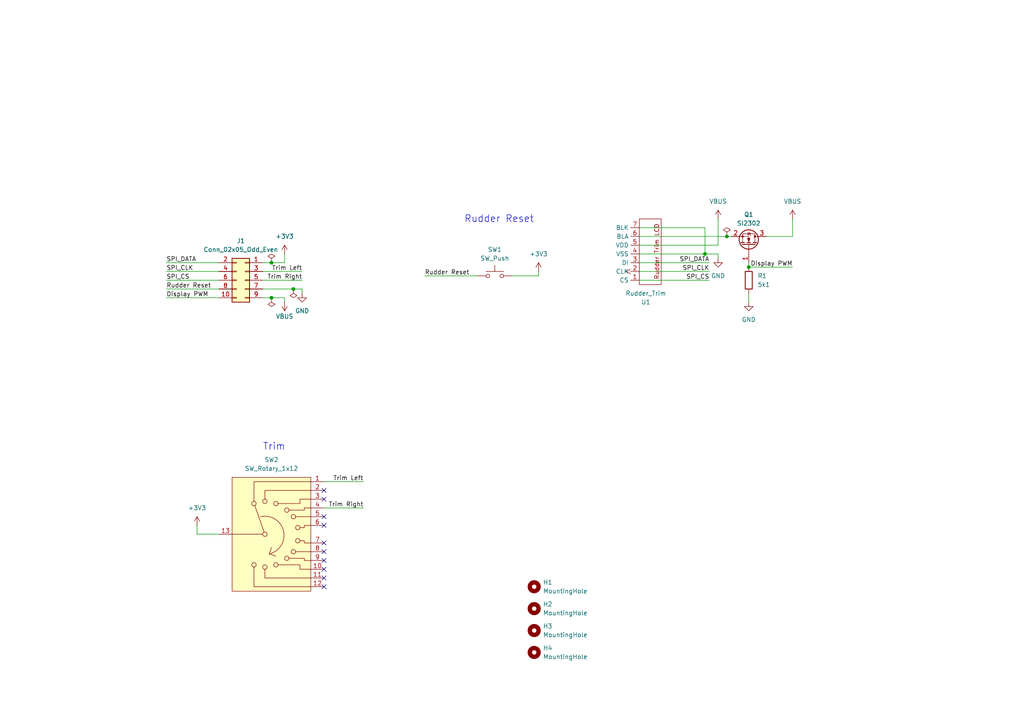
<source format=kicad_sch>
(kicad_sch (version 20231120) (generator "eeschema") (generator_version "8.0")
  (paper "A4")
  (lib_symbols
    (symbol "Connector_Generic:Conn_02x05_Odd_Even" (pin_names (offset 1.016) hide)
      (property "Reference" "J" (at 1.27 7.62 0))
      (property "Value" "Conn_02x05_Odd_Even" (at 1.27 -7.62 0))
      (symbol "Conn_02x05_Odd_Even_1_1"
        (rectangle (start -1.27 -4.953) (end 0 -5.207) (stroke (width 0.1524)))
        (rectangle (start -1.27 -2.413) (end 0 -2.667) (stroke (width 0.1524)))
        (rectangle (start -1.27 0.127) (end 0 -0.127) (stroke (width 0.1524)))
        (rectangle (start -1.27 2.667) (end 0 2.413) (stroke (width 0.1524)))
        (rectangle (start -1.27 5.207) (end 0 4.953) (stroke (width 0.1524)))
        (rectangle (start -1.27 6.35) (end 3.81 -6.35) (stroke (width 0.254)) (fill (type background)))
        (rectangle (start 3.81 -4.953) (end 2.54 -5.207) (stroke (width 0.1524)))
        (rectangle (start 3.81 -2.413) (end 2.54 -2.667) (stroke (width 0.1524)))
        (rectangle (start 3.81 0.127) (end 2.54 -0.127) (stroke (width 0.1524)))
        (rectangle (start 3.81 2.667) (end 2.54 2.413) (stroke (width 0.1524)))
        (rectangle (start 3.81 5.207) (end 2.54 4.953) (stroke (width 0.1524)))
        (pin passive line (at -5.08 5.08 0) (length 3.81) (name "Pin_1") (number "1"))
        (pin passive line (at 7.62 -5.08 180) (length 3.81) (name "Pin_10") (number "10"))
        (pin passive line (at 7.62 5.08 180) (length 3.81) (name "Pin_2") (number "2"))
        (pin passive line (at -5.08 2.54 0) (length 3.81) (name "Pin_3") (number "3"))
        (pin passive line (at 7.62 2.54 180) (length 3.81) (name "Pin_4") (number "4"))
        (pin passive line (at -5.08 0 0) (length 3.81) (name "Pin_5") (number "5"))
        (pin passive line (at 7.62 0 180) (length 3.81) (name "Pin_6") (number "6"))
        (pin passive line (at -5.08 -2.54 0) (length 3.81) (name "Pin_7") (number "7"))
        (pin passive line (at 7.62 -2.54 180) (length 3.81) (name "Pin_8") (number "8"))
        (pin passive line (at -5.08 -5.08 0) (length 3.81) (name "Pin_9") (number "9"))
      )
    )
    (symbol "Device:R" (pin_numbers hide) (pin_names (offset 0))
      (property "Reference" "R" (at 2.032 0 90))
      (property "Value" "R" (at 0 0 90))
      (symbol "R_0_1"
        (rectangle (start -1.016 -2.54) (end 1.016 2.54) (stroke (width 0.254)))
      )
      (symbol "R_1_1"
        (pin passive line (at 0 3.81 270) (length 1.27) (name "~") (number "1"))
        (pin passive line (at 0 -3.81 90) (length 1.27) (name "~") (number "2"))
      )
    )
    (symbol "Kav_Displays:Rudder_Trim"
      (property "Reference" "U" (at 2.54 5.08 0))
      (property "Value" "Rudder_Trim" (at -6.35 5.08 0))
      (symbol "Rudder_Trim_0_1"
        (rectangle (start -8.89 3.81) (end 10.16 -2.54))
      )
      (symbol "Rudder_Trim_1_1"
        (text "Rudder Trim LCD" (at 0.7305 2.56 0) (effects (font (size 1.27 1.27))))
        (pin input line (at -7.62 -2.54 270) (length 2.54) (name "CS") (number "1"))
        (pin input clock (at -5.08 -2.54 270) (length 2.54) (name "CLK") (number "2"))
        (pin input line (at -2.54 -2.54 270) (length 2.54) (name "DI") (number "3"))
        (pin power_in line (at 0 -2.54 270) (length 2.54) (name "VSS") (number "4"))
        (pin power_in line (at 2.54 -2.54 270) (length 2.54) (name "VDD") (number "5"))
        (pin power_in line (at 5.08 -2.54 270) (length 2.54) (name "BLA") (number "6"))
        (pin power_in line (at 7.62 -2.54 270) (length 2.54) (name "BLK") (number "7"))
      )
    )
    (symbol "Mechanical:MountingHole" (pin_names (offset 1.016))
      (property "Reference" "H" (at 0 5.08 0))
      (property "Value" "MountingHole" (at 0 3.175 0))
      (symbol "MountingHole_0_1"
        (circle (center 0 0) (radius 1.27) (stroke (width 1.27)))
      )
    )
    (symbol "Switch:SW_Push" (pin_numbers hide) (pin_names (offset 1.016) hide)
      (property "Reference" "SW" (at 1.27 2.54 0))
      (property "Value" "SW_Push" (at 0 -1.524 0))
      (symbol "SW_Push_0_1"
        (circle (center -2.032 0) (radius 0.508))
        (polyline (pts (xy 0 1.27) (xy 0 3.048)))
        (polyline (pts (xy 2.54 1.27) (xy -2.54 1.27)))
        (circle (center 2.032 0) (radius 0.508))
        (pin passive line (at -5.08 0 0) (length 2.54) (name "1") (number "1"))
        (pin passive line (at 5.08 0 180) (length 2.54) (name "2") (number "2"))
      )
    )
    (symbol "Switch:SW_Rotary_1x12" (pin_names (offset 1.016) hide)
      (property "Reference" "SW" (at 0 17.78 0))
      (property "Value" "SW_Rotary_1x12" (at 0 -17.78 0))
      (symbol "SW_Rotary_1x12_0_0"
        (circle (center -5.08 -8.89) (radius 0.635))
        (circle (center -5.08 8.89) (radius 0.635))
        (circle (center -1.905 -9.525) (radius 0.635))
        (circle (center -1.905 0) (radius 0.635))
        (circle (center -1.905 9.525) (radius 0.635))
        (arc (start -0.635 -5.715) (mid 3.4777 0.949) (end -3.175 5.08))
        (polyline (pts (xy -2.1336 0.6096) (xy -4.826 8.2804)))
        (polyline (pts (xy -0.635 -5.715) (xy 0 -3.81)))
        (polyline (pts (xy -0.635 -5.715) (xy 1.27 -6.35)))
        (polyline (pts (xy 6.985 -5.08) (xy 11.43 -5.08)))
        (polyline (pts (xy 6.985 5.08) (xy 11.43 5.08)))
        (polyline (pts (xy -5.08 -9.525) (xy -5.08 -15.24) (xy 11.43 -15.24)))
        (polyline (pts (xy -5.08 9.525) (xy -5.08 15.24) (xy 11.43 15.24)))
        (polyline (pts (xy -1.905 -10.16) (xy -1.905 -12.7) (xy 11.43 -12.7)))
        (polyline (pts (xy -1.905 10.16) (xy -1.905 12.7) (xy 11.43 12.7)))
        (polyline (pts (xy 1.905 -8.89) (xy 8.255 -8.89) (xy 8.255 -10.16) (xy 11.43 -10.16)))
        (polyline (pts (xy 1.905 8.89) (xy 8.255 8.89) (xy 8.255 10.16) (xy 11.43 10.16)))
        (polyline (pts (xy 5.08 -6.985) (xy 9.525 -6.985) (xy 9.525 -7.62) (xy 11.43 -7.62)))
        (polyline (pts (xy 5.08 6.985) (xy 9.525 6.985) (xy 9.525 7.62) (xy 11.43 7.62)))
        (polyline (pts (xy 8.255 -1.905) (xy 9.525 -1.905) (xy 9.525 -2.54) (xy 11.43 -2.54)))
        (polyline (pts (xy 8.255 1.905) (xy 9.525 1.905) (xy 9.525 2.54) (xy 11.43 2.54)))
        (circle (center 1.27 -8.89) (radius 0.635))
        (circle (center 1.27 8.89) (radius 0.635))
        (circle (center 4.445 -6.985) (radius 0.635))
        (circle (center 4.445 6.985) (radius 0.635))
        (circle (center 6.35 -5.08) (radius 0.635))
        (circle (center 6.35 5.08) (radius 0.635))
        (circle (center 7.62 -1.905) (radius 0.635))
        (circle (center 7.62 1.905) (radius 0.635))
      )
      (symbol "SW_Rotary_1x12_1_1"
        (rectangle (start -11.43 16.51) (end 11.43 -16.51) (fill (type background)))
        (polyline (pts (xy -11.43 0) (xy -2.54 0)))
        (pin passive line (at 15.24 15.24 180) (length 3.81) (name "1") (number "1"))
        (pin passive line (at 15.24 -10.16 180) (length 3.81) (name "10") (number "10"))
        (pin passive line (at 15.24 -12.7 180) (length 3.81) (name "11") (number "11"))
        (pin passive line (at 15.24 -15.24 180) (length 3.81) (name "12") (number "12"))
        (pin passive line (at -15.24 0 0) (length 3.81) (name "13") (number "13"))
        (pin passive line (at 15.24 12.7 180) (length 3.81) (name "2") (number "2"))
        (pin passive line (at 15.24 10.16 180) (length 3.81) (name "3") (number "3"))
        (pin passive line (at 15.24 7.62 180) (length 3.81) (name "4") (number "4"))
        (pin passive line (at 15.24 5.08 180) (length 3.81) (name "5") (number "5"))
        (pin passive line (at 15.24 2.54 180) (length 3.81) (name "6") (number "6"))
        (pin passive line (at 15.24 -2.54 180) (length 3.81) (name "7") (number "7"))
        (pin passive line (at 15.24 -5.08 180) (length 3.81) (name "8") (number "8"))
        (pin passive line (at 15.24 -7.62 180) (length 3.81) (name "9") (number "9"))
      )
    )
    (symbol "Transistor_FET:2N7002K" (pin_names hide)
      (property "Reference" "Q" (at 5.08 1.905 0))
      (property "Value" "2N7002K" (at 5.08 0 0))
      (symbol "2N7002K_0_1"
        (polyline (pts (xy 0.254 0) (xy -2.54 0)))
        (polyline (pts (xy 0.254 1.905) (xy 0.254 -1.905)) (stroke (width 0.254)))
        (polyline (pts (xy 0.762 -1.27) (xy 0.762 -2.286)) (stroke (width 0.254)))
        (polyline (pts (xy 0.762 0.508) (xy 0.762 -0.508)) (stroke (width 0.254)))
        (polyline (pts (xy 0.762 2.286) (xy 0.762 1.27)) (stroke (width 0.254)))
        (polyline (pts (xy 2.54 2.54) (xy 2.54 1.778)))
        (polyline (pts (xy 2.54 -2.54) (xy 2.54 0) (xy 0.762 0)))
        (polyline (pts (xy 0.762 -1.778) (xy 3.302 -1.778) (xy 3.302 1.778) (xy 0.762 1.778)))
        (polyline (pts (xy 1.016 0) (xy 2.032 0.381) (xy 2.032 -0.381) (xy 1.016 0)) (fill (type outline)))
        (polyline (pts (xy 2.794 0.508) (xy 2.921 0.381) (xy 3.683 0.381) (xy 3.81 0.254)))
        (polyline (pts (xy 3.302 0.381) (xy 2.921 -0.254) (xy 3.683 -0.254) (xy 3.302 0.381)))
        (circle (center 1.651 0) (radius 2.794) (stroke (width 0.254)))
        (circle (center 2.54 -1.778) (radius 0.254) (fill (type outline)))
        (circle (center 2.54 1.778) (radius 0.254) (fill (type outline)))
      )
      (symbol "2N7002K_1_1"
        (pin input line (at -5.08 0 0) (length 2.54) (name "G") (number "1"))
        (pin passive line (at 2.54 -5.08 90) (length 2.54) (name "S") (number "2"))
        (pin passive line (at 2.54 5.08 270) (length 2.54) (name "D") (number "3"))
      )
    )
    (symbol "power:+3V3" (power) (pin_numbers hide) (pin_names (offset 0) hide)
      (property "Value" "+3V3" (at 0 3.556 0))
      (symbol "+3V3_0_1"
        (polyline (pts (xy -0.762 1.27) (xy 0 2.54)))
        (polyline (pts (xy 0 0) (xy 0 2.54)))
        (polyline (pts (xy 0 2.54) (xy 0.762 1.27)))
      )
      (symbol "+3V3_1_1"
        (pin power_in line (at 0 0 90) (length 0) (name "~") (number "1"))
      )
    )
    (symbol "power:GND" (power) (pin_numbers hide) (pin_names (offset 0) hide)
      (property "Value" "GND" (at 0 -3.81 0))
      (symbol "GND_0_1"
        (polyline (pts (xy 0 0) (xy 0 -1.27) (xy 1.27 -1.27) (xy 0 -2.54) (xy -1.27 -1.27) (xy 0 -1.27)))
      )
      (symbol "GND_1_1"
        (pin power_in line (at 0 0 270) (length 0) (name "~") (number "1"))
      )
    )
    (symbol "power:PWR_FLAG" (power) (pin_numbers hide) (pin_names (offset 0) hide)
      (property "Value" "PWR_FLAG" (at 0 3.81 0))
      (symbol "PWR_FLAG_0_0"
        (pin power_out line (at 0 0 90) (length 0) (name "~") (number "1"))
      )
      (symbol "PWR_FLAG_0_1"
        (polyline (pts (xy 0 0) (xy 0 1.27) (xy -1.016 1.905) (xy 0 2.54) (xy 1.016 1.905) (xy 0 1.27)))
      )
    )
    (symbol "power:VBUS" (power) (pin_numbers hide) (pin_names (offset 0) hide)
      (property "Value" "VBUS" (at 0 3.556 0))
      (symbol "VBUS_0_1"
        (polyline (pts (xy -0.762 1.27) (xy 0 2.54)))
        (polyline (pts (xy 0 0) (xy 0 2.54)))
        (polyline (pts (xy 0 2.54) (xy 0.762 1.27)))
      )
      (symbol "VBUS_1_1"
        (pin power_in line (at 0 0 90) (length 0) (name "~") (number "1"))
      )
    )
  )
  (junction (at 210.82 68.58))
  (junction (at 204.47 73.66))
  (junction (at 217.17 77.47))
  (junction (at 85.09 83.82))
  (junction (at 78.74 86.36))
  (junction (at 78.74 76.2))
  (no_connect (at 93.98 162.56))
  (no_connect (at 93.98 170.18))
  (no_connect (at 93.98 157.48))
  (no_connect (at 93.98 142.24))
  (no_connect (at 93.98 165.1))
  (no_connect (at 93.98 167.64))
  (no_connect (at 93.98 144.78))
  (no_connect (at 93.98 149.86))
  (no_connect (at 93.98 152.4))
  (no_connect (at 93.98 160.02))
  (wire (pts (xy 185.42 71.12) (xy 208.28 71.12)))
  (wire (pts (xy 76.2 83.82) (xy 85.09 83.82)))
  (wire (pts (xy 229.87 63.5) (xy 229.87 68.58)))
  (wire (pts (xy 87.63 83.82) (xy 87.63 85.09)))
  (wire (pts (xy 204.47 66.04) (xy 204.47 73.66)))
  (wire (pts (xy 185.42 81.28) (xy 205.74 81.28)))
  (wire (pts (xy 229.87 68.58) (xy 222.25 68.58)))
  (wire (pts (xy 48.26 86.36) (xy 63.5 86.36)))
  (wire (pts (xy 85.09 83.82) (xy 87.63 83.82)))
  (wire (pts (xy 185.42 78.74) (xy 205.74 78.74)))
  (wire (pts (xy 217.17 76.2) (xy 217.17 77.47)))
  (wire (pts (xy 78.74 76.2) (xy 82.55 76.2)))
  (wire (pts (xy 57.15 154.94) (xy 63.5 154.94)))
  (wire (pts (xy 123.19 80.01) (xy 138.43 80.01)))
  (wire (pts (xy 208.28 73.66) (xy 208.28 74.93)))
  (wire (pts (xy 185.42 66.04) (xy 204.47 66.04)))
  (wire (pts (xy 78.74 86.36) (xy 82.55 86.36)))
  (wire (pts (xy 156.21 78.74) (xy 156.21 80.01)))
  (wire (pts (xy 57.15 152.4) (xy 57.15 154.94)))
  (wire (pts (xy 217.17 77.47) (xy 229.87 77.47)))
  (wire (pts (xy 76.2 86.36) (xy 78.74 86.36)))
  (wire (pts (xy 93.98 139.7) (xy 105.41 139.7)))
  (wire (pts (xy 185.42 73.66) (xy 204.47 73.66)))
  (wire (pts (xy 82.55 86.36) (xy 82.55 87.63)))
  (wire (pts (xy 210.82 68.58) (xy 212.09 68.58)))
  (wire (pts (xy 93.98 147.32) (xy 105.41 147.32)))
  (wire (pts (xy 82.55 73.66) (xy 82.55 76.2)))
  (wire (pts (xy 76.2 78.74) (xy 87.63 78.74)))
  (wire (pts (xy 185.42 76.2) (xy 205.74 76.2)))
  (wire (pts (xy 76.2 81.28) (xy 87.63 81.28)))
  (wire (pts (xy 48.26 81.28) (xy 63.5 81.28)))
  (wire (pts (xy 208.28 63.5) (xy 208.28 71.12)))
  (wire (pts (xy 204.47 73.66) (xy 208.28 73.66)))
  (wire (pts (xy 48.26 83.82) (xy 63.5 83.82)))
  (wire (pts (xy 76.2 76.2) (xy 78.74 76.2)))
  (wire (pts (xy 48.26 78.74) (xy 63.5 78.74)))
  (wire (pts (xy 48.26 76.2) (xy 63.5 76.2)))
  (wire (pts (xy 185.42 68.58) (xy 210.82 68.58)))
  (wire (pts (xy 148.59 80.01) (xy 156.21 80.01)))
  (wire (pts (xy 217.17 85.09) (xy 217.17 87.63)))
  (text "Rudder Reset" (at 134.62 64.77 0) (effects (font (size 2 2)) (justify left bottom)))
  (text "Trim" (at 76.2 130.81 0) (effects (font (size 2 2)) (justify left bottom)))
  (label "Display PWM" (at 48.26 86.36 0))
  (label "Display PWM" (at 229.87 77.47 180))
  (label "Trim Left" (at 105.41 139.7 180))
  (label "Rudder Reset" (at 48.26 83.82 0))
  (label "SPI_CS" (at 48.26 81.28 0))
  (label "SPI_CLK" (at 48.26 78.74 0))
  (label "SPI_DATA" (at 48.26 76.2 0))
  (label "Trim Right" (at 105.41 147.32 180))
  (label "SPI_CLK" (at 205.74 78.74 180))
  (label "Rudder Reset" (at 123.19 80.01 0))
  (label "SPI_CS" (at 205.74 81.28 180))
  (label "SPI_DATA" (at 205.74 76.2 180))
  (label "Trim Left" (at 87.63 78.74 180))
  (label "Trim Right" (at 87.63 81.28 180))
  (symbol (lib_id "power:PWR_FLAG") (at 210.82 68.58 0) (unit 1)
    (property "Reference" "#FLG04" (effects (hide yes)))
    (property "Value" "PWR_FLAG" (effects (hide yes)))
    (property "Description" "Special symbol for telling ERC where power comes from" (effects (hide yes)))
  )
  (symbol (lib_id "power:+3V3") (at 82.55 73.66 0) (unit 1)
    (property "Reference" "#PWR025" (effects (hide yes)))
    (property "Value" "+3V3" (at 82.55 68.58 0))
  )
  (symbol (lib_id "Switch:SW_Rotary_1x12") (at 78.74 154.94 0) (unit 1)
    (property "Reference" "SW2" (at 78.74 133.35 0))
    (property "Value" "SW_Rotary_1x12" (at 78.74 135.89 0))
    (property "Footprint" "NiasStuff:C&K_Rotary_Switches" (effects (hide yes)))
    (property "Datasheet" "https://www.mouser.de/datasheet/2/240/arotary-3050724.pdf" (effects (hide yes)))
    (property "JLCPCB Part" "N/A" (effects (hide yes)))
    (property "Manufracturer" "C&K" (effects (hide yes)))
    (property "Manufracturer Part Number" "A12505RNZQ " (effects (hide yes)))
  )
  (symbol (lib_id "Mechanical:MountingHole") (at 154.94 176.53 0) (unit 1) (in_bom no)
    (property "Reference" "H2" (at 157.48 175.26 0) (effects (justify left)))
    (property "Value" "MountingHole" (at 157.48 177.8 0) (effects (justify left)))
    (property "Footprint" "MountingHole:MountingHole_2.2mm_M2" (effects (hide yes)))
  )
  (symbol (lib_id "power:GND") (at 217.17 87.63 0) (unit 1)
    (property "Reference" "#PWR04" (effects (hide yes)))
    (property "Value" "GND" (at 217.17 92.71 0))
  )
  (symbol (lib_id "Device:R") (at 217.17 81.28 180) (unit 1)
    (property "Reference" "R1" (at 219.71 80.01 0) (effects (justify right)))
    (property "Value" "5k1" (at 219.71 82.55 0) (effects (justify right)))
    (property "Footprint" "Resistor_SMD:R_0603_1608Metric" (effects (hide yes)))
    (property "Datasheet" "https://www.lcsc.com/datasheet/lcsc_datasheet_2206010116_UNI-ROYAL-Uniroyal-Elec-0603WAF5101T5E_C23186.pdf" (effects (hide yes)))
    (property "JLCPCB Part" "C23186" (effects (hide yes)))
    (property "Manufracturer" "UNI-ROYAL(Uniroyal Elec)" (effects (hide yes)))
    (property "Manufracturer Part Number" "0603WAF5101T5E" (effects (hide yes)))
  )
  (symbol (lib_id "Switch:SW_Push") (at 143.51 80.01 0) (unit 1)
    (property "Reference" "SW1" (at 143.51 72.39 0))
    (property "Value" "SW_Push" (at 143.51 74.93 0))
    (property "Footprint" "Button_Switch_SMD:SW_Push_1TS009xxxx-xxxx-xxxx_6x6x5mm" (effects (hide yes)))
    (property "Datasheet" "https://www.lcsc.com/datasheet/lcsc_datasheet_1811151231_HYP--Hongyuan-Precision-1TS009A-1800-5000-CT_C319409.pdf" (effects (hide yes)))
    (property "JLCPCB Part" "C319409" (effects (hide yes)))
    (property "Manufracturer" "HYP (Hongyuan Precision)" (effects (hide yes)))
    (property "Manufracturer Part Number" "1TS009A-1800-5000-CT" (effects (hide yes)))
  )
  (symbol (lib_id "Transistor_FET:2N7002K") (at 217.17 71.12 270) (mirror x) (unit 1)
    (property "Reference" "Q1" (at 217.17 62.23 90))
    (property "Value" "SI2302" (at 217.17 64.77 90))
    (property "Footprint" "Package_TO_SOT_SMD:SOT-23" (effects (hide yes)))
    (property "Datasheet" "https://www.diodes.com/assets/Datasheets/ds30896.pdf" (effects (hide yes)))
    (property "Description" "0.38A Id, 60V Vds, N-Channel MOSFET, SOT-23" (effects (hide yes)))
    (property "Manufracturer" "YONGYUTAI" (effects (hide yes)))
    (property "Manufracturer Part Number" "SI2302" (effects (hide yes)))
    (property "JLCPCB Part" "C2891732" (effects (hide yes)))
  )
  (symbol (lib_id "power:PWR_FLAG") (at 85.09 83.82 180) (unit 1)
    (property "Reference" "#FLG02" (effects (hide yes)))
    (property "Value" "PWR_FLAG" (effects (hide yes)))
    (property "Description" "Special symbol for telling ERC where power comes from" (effects (hide yes)))
  )
  (symbol (lib_id "power:GND") (at 87.63 85.09 0) (unit 1)
    (property "Reference" "#PWR027" (effects (hide yes)))
    (property "Value" "GND" (at 87.63 90.17 0))
  )
  (symbol (lib_id "power:PWR_FLAG") (at 78.74 76.2 0) (unit 1)
    (property "Reference" "#FLG01" (effects (hide yes)))
    (property "Value" "PWR_FLAG" (effects (hide yes)))
    (property "Description" "Special symbol for telling ERC where power comes from" (effects (hide yes)))
  )
  (symbol (lib_id "power:+3V3") (at 57.15 152.4 0) (unit 1)
    (property "Reference" "#PWR029" (effects (hide yes)))
    (property "Value" "+3V3" (at 57.15 147.32 0))
  )
  (symbol (lib_id "Mechanical:MountingHole") (at 154.94 170.18 0) (unit 1) (in_bom no)
    (property "Reference" "H1" (at 157.48 168.91 0) (effects (justify left)))
    (property "Value" "MountingHole" (at 157.48 171.45 0) (effects (justify left)))
    (property "Footprint" "MountingHole:MountingHole_2.2mm_M2" (effects (hide yes)))
  )
  (symbol (lib_id "power:+3V3") (at 156.21 78.74 0) (unit 1)
    (property "Reference" "#PWR028" (effects (hide yes)))
    (property "Value" "+3V3" (at 156.21 73.66 0))
  )
  (symbol (lib_id "Connector_Generic:Conn_02x05_Odd_Even") (at 71.12 81.28 0) (mirror y) (unit 1)
    (property "Reference" "J1" (at 69.85 69.85 0))
    (property "Value" "Conn_02x05_Odd_Even" (at 69.85 72.39 0))
    (property "Footprint" "Connector_IDC:IDC-Header_2x05_P2.54mm_Vertical" (effects (hide yes)))
    (property "Datasheet" "https://www.lcsc.com/datasheet/lcsc_datasheet_1810281612_BOOMELE-Boom-Precision-Elec-2-54-2-5P_C5665.pdf" (effects (hide yes)))
    (property "JLCPCB Part" "C5665" (effects (hide yes)))
    (property "Manufracturer" "BOOMELE(Boom Precision Elec)" (effects (hide yes)))
    (property "Manufracturer Part Number" "2.54-2*5P" (effects (hide yes)))
  )
  (symbol (lib_id "Mechanical:MountingHole") (at 154.94 189.23 0) (unit 1) (in_bom no)
    (property "Reference" "H4" (at 157.48 187.96 0) (effects (justify left)))
    (property "Value" "MountingHole" (at 157.48 190.5 0) (effects (justify left)))
    (property "Footprint" "MountingHole:MountingHole_2.2mm_M2" (effects (hide yes)))
  )
  (symbol (lib_id "Mechanical:MountingHole") (at 154.94 182.88 0) (unit 1) (in_bom no)
    (property "Reference" "H3" (at 157.48 181.61 0) (effects (justify left)))
    (property "Value" "MountingHole" (at 157.48 184.15 0) (effects (justify left)))
    (property "Footprint" "MountingHole:MountingHole_2.2mm_M2" (effects (hide yes)))
  )
  (symbol (lib_id "power:VBUS") (at 208.28 63.5 0) (unit 1)
    (property "Reference" "#PWR01" (effects (hide yes)))
    (property "Value" "VBUS" (at 208.28 58.42 0))
  )
  (symbol (lib_id "power:VBUS") (at 229.87 63.5 0) (unit 1)
    (property "Reference" "#PWR03" (effects (hide yes)))
    (property "Value" "VBUS" (at 229.87 58.42 0))
  )
  (symbol (lib_id "power:PWR_FLAG") (at 78.74 86.36 180) (unit 1)
    (property "Reference" "#FLG03" (effects (hide yes)))
    (property "Value" "PWR_FLAG" (effects (hide yes)))
    (property "Description" "Special symbol for telling ERC where power comes from" (effects (hide yes)))
  )
  (symbol (lib_id "Kav_Displays:Rudder_Trim") (at 187.96 73.66 270) (mirror x) (unit 1)
    (property "Reference" "U1" (at 187.325 87.63 90))
    (property "Value" "Rudder_Trim" (at 187.325 85.09 90))
    (property "Footprint" "Kav_Simulations:Rudder_Trim" (effects (hide yes)))
    (property "Datasheet" "https://github.com/Jak-Kav/A3xx-LCD-Devices/blob/main/RADIO_BATT_RUD_TCAS/Documentation/A3xx_Rudder_Trim_LCD_Data_Sheet.pdf" (effects (hide yes)))
    (property "Description" "Kav Simulations LCD device for rudder trim" (effects (hide yes)))
  )
  (symbol (lib_id "power:GND") (at 208.28 74.93 0) (unit 1)
    (property "Reference" "#PWR02" (effects (hide yes)))
    (property "Value" "GND" (at 208.28 80.01 0))
  )
  (symbol (lib_id "power:VBUS") (at 82.55 87.63 180) (unit 1)
    (property "Reference" "#PWR026" (effects (hide yes)))
    (property "Value" "VBUS" (at 82.55 91.7631 0))
  )
)
</source>
